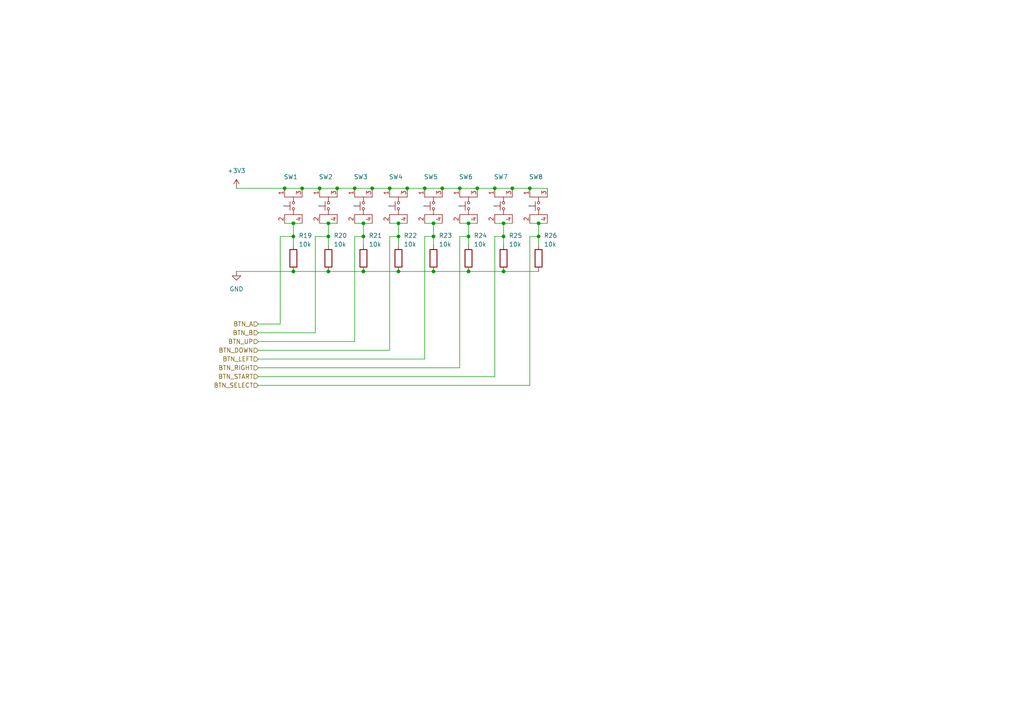
<source format=kicad_sch>
(kicad_sch
	(version 20250114)
	(generator "eeschema")
	(generator_version "9.0")
	(uuid "c0f664d1-3aa5-4199-8c59-6a7904249341")
	(paper "A4")
	(lib_symbols
		(symbol "Device:R"
			(pin_numbers
				(hide yes)
			)
			(pin_names
				(offset 0)
			)
			(exclude_from_sim no)
			(in_bom yes)
			(on_board yes)
			(property "Reference" "R"
				(at 2.032 0 90)
				(effects
					(font
						(size 1.27 1.27)
					)
				)
			)
			(property "Value" "R"
				(at 0 0 90)
				(effects
					(font
						(size 1.27 1.27)
					)
				)
			)
			(property "Footprint" ""
				(at -1.778 0 90)
				(effects
					(font
						(size 1.27 1.27)
					)
					(hide yes)
				)
			)
			(property "Datasheet" "~"
				(at 0 0 0)
				(effects
					(font
						(size 1.27 1.27)
					)
					(hide yes)
				)
			)
			(property "Description" "Resistor"
				(at 0 0 0)
				(effects
					(font
						(size 1.27 1.27)
					)
					(hide yes)
				)
			)
			(property "ki_keywords" "R res resistor"
				(at 0 0 0)
				(effects
					(font
						(size 1.27 1.27)
					)
					(hide yes)
				)
			)
			(property "ki_fp_filters" "R_*"
				(at 0 0 0)
				(effects
					(font
						(size 1.27 1.27)
					)
					(hide yes)
				)
			)
			(symbol "R_0_1"
				(rectangle
					(start -1.016 -2.54)
					(end 1.016 2.54)
					(stroke
						(width 0.254)
						(type default)
					)
					(fill
						(type none)
					)
				)
			)
			(symbol "R_1_1"
				(pin passive line
					(at 0 3.81 270)
					(length 1.27)
					(name "~"
						(effects
							(font
								(size 1.27 1.27)
							)
						)
					)
					(number "1"
						(effects
							(font
								(size 1.27 1.27)
							)
						)
					)
				)
				(pin passive line
					(at 0 -3.81 90)
					(length 1.27)
					(name "~"
						(effects
							(font
								(size 1.27 1.27)
							)
						)
					)
					(number "2"
						(effects
							(font
								(size 1.27 1.27)
							)
						)
					)
				)
			)
			(embedded_fonts no)
		)
		(symbol "SKRRAAE010_2"
			(exclude_from_sim no)
			(in_bom yes)
			(on_board yes)
			(property "Reference" "SW1"
				(at 1.778 10.922 0)
				(effects
					(font
						(size 1.27 1.27)
					)
				)
			)
			(property "Value" "~"
				(at 0 2.54 0)
				(effects
					(font
						(size 1.27 1.27)
					)
				)
			)
			(property "Footprint" "SKRRAAE010:SKRRAAE010"
				(at -7.112 1.778 90)
				(effects
					(font
						(size 1.27 1.27)
					)
					(hide yes)
				)
			)
			(property "Datasheet" ""
				(at 0 0 0)
				(effects
					(font
						(size 1.27 1.27)
					)
					(hide yes)
				)
			)
			(property "Description" ""
				(at 0 0 0)
				(effects
					(font
						(size 1.27 1.27)
					)
					(hide yes)
				)
			)
			(property "LCSC" ""
				(at 0 0 0)
				(effects
					(font
						(size 1.27 1.27)
					)
					(hide yes)
				)
			)
			(property "Manufacturer" ""
				(at 0 0 0)
				(effects
					(font
						(size 1.27 1.27)
					)
					(hide yes)
				)
			)
			(property "Manufacturer Part Number" ""
				(at 0 0 0)
				(effects
					(font
						(size 1.27 1.27)
					)
					(hide yes)
				)
			)
			(symbol "SKRRAAE010_2_0_1"
				(polyline
					(pts
						(xy -0.635 -0.635) (xy -0.635 -0.635)
					)
					(stroke
						(width 0)
						(type default)
					)
					(fill
						(type none)
					)
				)
				(polyline
					(pts
						(xy 0 5.08) (xy 0 5.08)
					)
					(stroke
						(width 0)
						(type default)
					)
					(fill
						(type none)
					)
				)
				(polyline
					(pts
						(xy 0 5.08) (xy 5.08 5.08)
					)
					(stroke
						(width 0)
						(type default)
					)
					(fill
						(type none)
					)
				)
				(polyline
					(pts
						(xy 0.9411 1.8447) (xy 0.9411 1.8447)
					)
					(stroke
						(width 0)
						(type default)
					)
					(fill
						(type none)
					)
				)
				(polyline
					(pts
						(xy 1.5761 3.7497) (xy 1.5761 1.2097)
					)
					(stroke
						(width 0)
						(type default)
					)
					(fill
						(type none)
					)
				)
				(polyline
					(pts
						(xy 1.5761 2.4797) (xy 0.3061 2.4797)
					)
					(stroke
						(width 0)
						(type default)
					)
					(fill
						(type none)
					)
				)
				(polyline
					(pts
						(xy 1.905 -0.635) (xy 1.905 -0.635)
					)
					(stroke
						(width 0)
						(type default)
					)
					(fill
						(type none)
					)
				)
				(circle
					(center 2.5303 1.6753)
					(radius 0.3523)
					(stroke
						(width 0)
						(type default)
					)
					(fill
						(type none)
					)
				)
				(polyline
					(pts
						(xy 2.54 5.08) (xy 2.54 3.81)
					)
					(stroke
						(width 0)
						(type default)
					)
					(fill
						(type none)
					)
				)
				(polyline
					(pts
						(xy 2.54 0) (xy 2.54 1.27)
					)
					(stroke
						(width 0)
						(type default)
					)
					(fill
						(type none)
					)
				)
				(circle
					(center 2.5497 3.4047)
					(radius 0.3523)
					(stroke
						(width 0)
						(type default)
					)
					(fill
						(type none)
					)
				)
				(polyline
					(pts
						(xy 5.08 0) (xy 0 0)
					)
					(stroke
						(width 0)
						(type default)
					)
					(fill
						(type none)
					)
				)
			)
			(symbol "SKRRAAE010_2_1_1"
				(pin bidirectional line
					(at 0 7.62 270)
					(length 2.54)
					(name ""
						(effects
							(font
								(size 1.27 1.27)
							)
						)
					)
					(number "1"
						(effects
							(font
								(size 1.27 1.27)
							)
						)
					)
				)
				(pin bidirectional line
					(at 0 -2.54 90)
					(length 2.54)
					(name ""
						(effects
							(font
								(size 1.27 1.27)
							)
						)
					)
					(number "2"
						(effects
							(font
								(size 1.27 1.27)
							)
						)
					)
				)
				(pin bidirectional line
					(at 5.08 7.62 270)
					(length 2.54)
					(name ""
						(effects
							(font
								(size 1.27 1.27)
							)
						)
					)
					(number "3"
						(effects
							(font
								(size 1.27 1.27)
							)
						)
					)
				)
				(pin bidirectional line
					(at 5.08 -2.54 90)
					(length 2.54)
					(name ""
						(effects
							(font
								(size 1.27 1.27)
							)
						)
					)
					(number "4"
						(effects
							(font
								(size 1.27 1.27)
							)
						)
					)
				)
			)
			(embedded_fonts no)
		)
		(symbol "power:+3V3"
			(power)
			(pin_numbers
				(hide yes)
			)
			(pin_names
				(offset 0)
				(hide yes)
			)
			(exclude_from_sim no)
			(in_bom yes)
			(on_board yes)
			(property "Reference" "#PWR"
				(at 0 -3.81 0)
				(effects
					(font
						(size 1.27 1.27)
					)
					(hide yes)
				)
			)
			(property "Value" "+3V3"
				(at 0 3.556 0)
				(effects
					(font
						(size 1.27 1.27)
					)
				)
			)
			(property "Footprint" ""
				(at 0 0 0)
				(effects
					(font
						(size 1.27 1.27)
					)
					(hide yes)
				)
			)
			(property "Datasheet" ""
				(at 0 0 0)
				(effects
					(font
						(size 1.27 1.27)
					)
					(hide yes)
				)
			)
			(property "Description" "Power symbol creates a global label with name \"+3V3\""
				(at 0 0 0)
				(effects
					(font
						(size 1.27 1.27)
					)
					(hide yes)
				)
			)
			(property "ki_keywords" "global power"
				(at 0 0 0)
				(effects
					(font
						(size 1.27 1.27)
					)
					(hide yes)
				)
			)
			(symbol "+3V3_0_1"
				(polyline
					(pts
						(xy -0.762 1.27) (xy 0 2.54)
					)
					(stroke
						(width 0)
						(type default)
					)
					(fill
						(type none)
					)
				)
				(polyline
					(pts
						(xy 0 2.54) (xy 0.762 1.27)
					)
					(stroke
						(width 0)
						(type default)
					)
					(fill
						(type none)
					)
				)
				(polyline
					(pts
						(xy 0 0) (xy 0 2.54)
					)
					(stroke
						(width 0)
						(type default)
					)
					(fill
						(type none)
					)
				)
			)
			(symbol "+3V3_1_1"
				(pin power_in line
					(at 0 0 90)
					(length 0)
					(name "~"
						(effects
							(font
								(size 1.27 1.27)
							)
						)
					)
					(number "1"
						(effects
							(font
								(size 1.27 1.27)
							)
						)
					)
				)
			)
			(embedded_fonts no)
		)
		(symbol "power:GND"
			(power)
			(pin_numbers
				(hide yes)
			)
			(pin_names
				(offset 0)
				(hide yes)
			)
			(exclude_from_sim no)
			(in_bom yes)
			(on_board yes)
			(property "Reference" "#PWR"
				(at 0 -6.35 0)
				(effects
					(font
						(size 1.27 1.27)
					)
					(hide yes)
				)
			)
			(property "Value" "GND"
				(at 0 -3.81 0)
				(effects
					(font
						(size 1.27 1.27)
					)
				)
			)
			(property "Footprint" ""
				(at 0 0 0)
				(effects
					(font
						(size 1.27 1.27)
					)
					(hide yes)
				)
			)
			(property "Datasheet" ""
				(at 0 0 0)
				(effects
					(font
						(size 1.27 1.27)
					)
					(hide yes)
				)
			)
			(property "Description" "Power symbol creates a global label with name \"GND\" , ground"
				(at 0 0 0)
				(effects
					(font
						(size 1.27 1.27)
					)
					(hide yes)
				)
			)
			(property "ki_keywords" "global power"
				(at 0 0 0)
				(effects
					(font
						(size 1.27 1.27)
					)
					(hide yes)
				)
			)
			(symbol "GND_0_1"
				(polyline
					(pts
						(xy 0 0) (xy 0 -1.27) (xy 1.27 -1.27) (xy 0 -2.54) (xy -1.27 -1.27) (xy 0 -1.27)
					)
					(stroke
						(width 0)
						(type default)
					)
					(fill
						(type none)
					)
				)
			)
			(symbol "GND_1_1"
				(pin power_in line
					(at 0 0 270)
					(length 0)
					(name "~"
						(effects
							(font
								(size 1.27 1.27)
							)
						)
					)
					(number "1"
						(effects
							(font
								(size 1.27 1.27)
							)
						)
					)
				)
			)
			(embedded_fonts no)
		)
	)
	(junction
		(at 85.09 64.77)
		(diameter 0)
		(color 0 0 0 0)
		(uuid "10d1de0c-452c-44fa-bdfc-7a90a0667a41")
	)
	(junction
		(at 135.89 64.77)
		(diameter 0)
		(color 0 0 0 0)
		(uuid "144ea153-2660-441d-95e3-e1eeb4c742cd")
	)
	(junction
		(at 123.19 54.61)
		(diameter 0)
		(color 0 0 0 0)
		(uuid "28359111-5b3a-4f6c-8459-01afa0d501c7")
	)
	(junction
		(at 105.41 78.74)
		(diameter 0)
		(color 0 0 0 0)
		(uuid "3509bc99-980e-4518-a297-6aa5bf6e3258")
	)
	(junction
		(at 115.57 68.58)
		(diameter 0)
		(color 0 0 0 0)
		(uuid "38c2fe9f-ccfb-4980-9d3f-9c1d5941fe53")
	)
	(junction
		(at 85.09 68.58)
		(diameter 0)
		(color 0 0 0 0)
		(uuid "417077e5-ff3d-4dd4-8ce9-59a83bcf1efe")
	)
	(junction
		(at 128.27 54.61)
		(diameter 0)
		(color 0 0 0 0)
		(uuid "4d072f45-e2e4-4024-9b0e-726c688813fa")
	)
	(junction
		(at 97.79 54.61)
		(diameter 0)
		(color 0 0 0 0)
		(uuid "5c7bd927-18e1-4e85-9e28-6cc7ecfd7d73")
	)
	(junction
		(at 102.87 54.61)
		(diameter 0)
		(color 0 0 0 0)
		(uuid "634af195-525f-4a59-bbb6-b754cbd9122d")
	)
	(junction
		(at 92.71 54.61)
		(diameter 0)
		(color 0 0 0 0)
		(uuid "63720220-4dee-4fd8-a2d3-79476ab59377")
	)
	(junction
		(at 143.51 54.61)
		(diameter 0)
		(color 0 0 0 0)
		(uuid "648f4baa-e9ac-4fd0-81bf-408328112b36")
	)
	(junction
		(at 146.05 78.74)
		(diameter 0)
		(color 0 0 0 0)
		(uuid "6938d955-a4e1-457a-97b2-1c6b2b03a3e5")
	)
	(junction
		(at 82.55 54.61)
		(diameter 0)
		(color 0 0 0 0)
		(uuid "6a0965be-adb5-4aa7-a81b-b7a5c477c190")
	)
	(junction
		(at 95.25 78.74)
		(diameter 0)
		(color 0 0 0 0)
		(uuid "70660ec8-82ea-4b47-beb2-3b3ea3e2f8d9")
	)
	(junction
		(at 95.25 64.77)
		(diameter 0)
		(color 0 0 0 0)
		(uuid "74762001-cd4b-4607-94d2-c80e0b78bccb")
	)
	(junction
		(at 138.43 54.61)
		(diameter 0)
		(color 0 0 0 0)
		(uuid "7842660c-735f-4266-b15b-c53ba246371b")
	)
	(junction
		(at 115.57 78.74)
		(diameter 0)
		(color 0 0 0 0)
		(uuid "87da4e09-23b7-41b9-9e34-92d360958d21")
	)
	(junction
		(at 135.89 68.58)
		(diameter 0)
		(color 0 0 0 0)
		(uuid "88fe5711-a337-4cfc-9e3e-31b74883bd4c")
	)
	(junction
		(at 133.35 54.61)
		(diameter 0)
		(color 0 0 0 0)
		(uuid "89f9dcdb-366d-4749-812e-9c44b862f4e2")
	)
	(junction
		(at 105.41 68.58)
		(diameter 0)
		(color 0 0 0 0)
		(uuid "8e0ed1af-ba8d-4136-b4e3-02d256dd0268")
	)
	(junction
		(at 156.21 64.77)
		(diameter 0)
		(color 0 0 0 0)
		(uuid "9ac4f33d-0048-4839-a034-334b632953b0")
	)
	(junction
		(at 125.73 64.77)
		(diameter 0)
		(color 0 0 0 0)
		(uuid "9bcc8289-3ae5-443e-bd3a-1a10e615d40c")
	)
	(junction
		(at 87.63 54.61)
		(diameter 0)
		(color 0 0 0 0)
		(uuid "a1ed4e4e-ca9b-4953-8797-77132da805d8")
	)
	(junction
		(at 148.59 54.61)
		(diameter 0)
		(color 0 0 0 0)
		(uuid "ada5d303-fd24-4026-8961-cf6fabbc6983")
	)
	(junction
		(at 135.89 78.74)
		(diameter 0)
		(color 0 0 0 0)
		(uuid "b38d7ada-82fc-47b0-b9f5-755d391369db")
	)
	(junction
		(at 105.41 64.77)
		(diameter 0)
		(color 0 0 0 0)
		(uuid "b4b719d4-626d-4028-96d5-436888f41824")
	)
	(junction
		(at 153.67 54.61)
		(diameter 0)
		(color 0 0 0 0)
		(uuid "b51b1df3-0bbc-4b24-a7dc-aecadcb4ff0b")
	)
	(junction
		(at 85.09 78.74)
		(diameter 0)
		(color 0 0 0 0)
		(uuid "b6990a5d-b2cc-44a9-b222-e5c117a1b652")
	)
	(junction
		(at 113.03 54.61)
		(diameter 0)
		(color 0 0 0 0)
		(uuid "b9990c73-b845-4ca6-9415-6a25b9fd76a6")
	)
	(junction
		(at 156.21 68.58)
		(diameter 0)
		(color 0 0 0 0)
		(uuid "bef2bafe-6415-45f0-a8f0-188a001a3510")
	)
	(junction
		(at 146.05 64.77)
		(diameter 0)
		(color 0 0 0 0)
		(uuid "c4917ce5-ff3f-452c-9b06-02dc74e46e85")
	)
	(junction
		(at 125.73 68.58)
		(diameter 0)
		(color 0 0 0 0)
		(uuid "c9b17a28-29e7-460e-83a3-7c9a751cc1fd")
	)
	(junction
		(at 115.57 64.77)
		(diameter 0)
		(color 0 0 0 0)
		(uuid "caf76264-19ec-4a7f-882f-921025a62ae8")
	)
	(junction
		(at 125.73 78.74)
		(diameter 0)
		(color 0 0 0 0)
		(uuid "d92739d2-32f6-42d2-a5e1-8bd66efcbb78")
	)
	(junction
		(at 95.25 68.58)
		(diameter 0)
		(color 0 0 0 0)
		(uuid "dd04a0b8-79ee-4059-a4ac-63d9c884aa4c")
	)
	(junction
		(at 118.11 54.61)
		(diameter 0)
		(color 0 0 0 0)
		(uuid "dfebbd8f-bf45-4b87-a0c6-4ce6519a5246")
	)
	(junction
		(at 146.05 68.58)
		(diameter 0)
		(color 0 0 0 0)
		(uuid "ee7b184e-fb80-4a8e-86fd-d14528d45cf1")
	)
	(junction
		(at 107.95 54.61)
		(diameter 0)
		(color 0 0 0 0)
		(uuid "ef0bbce8-931f-4d9b-9a5a-cd70a15a0868")
	)
	(wire
		(pts
			(xy 113.03 68.58) (xy 115.57 68.58)
		)
		(stroke
			(width 0)
			(type default)
		)
		(uuid "014b7cfd-f68c-45d4-b827-4f83a01829d9")
	)
	(wire
		(pts
			(xy 95.25 64.77) (xy 97.79 64.77)
		)
		(stroke
			(width 0)
			(type default)
		)
		(uuid "09146af3-33f2-4ccc-9c24-2ed32bb1a856")
	)
	(wire
		(pts
			(xy 146.05 64.77) (xy 148.59 64.77)
		)
		(stroke
			(width 0)
			(type default)
		)
		(uuid "0ae4ab6f-dac1-4096-8596-a89e0f7126af")
	)
	(wire
		(pts
			(xy 74.93 101.6) (xy 113.03 101.6)
		)
		(stroke
			(width 0)
			(type default)
		)
		(uuid "0bd63915-cb6b-4ba1-977d-50cf7ccff249")
	)
	(wire
		(pts
			(xy 123.19 104.14) (xy 123.19 68.58)
		)
		(stroke
			(width 0)
			(type default)
		)
		(uuid "0cf10022-4863-41d4-b35f-d321276cd26a")
	)
	(wire
		(pts
			(xy 135.89 78.74) (xy 146.05 78.74)
		)
		(stroke
			(width 0)
			(type default)
		)
		(uuid "0d03bbe1-9862-4512-85c3-a0eadcf51a8b")
	)
	(wire
		(pts
			(xy 91.44 96.52) (xy 91.44 68.58)
		)
		(stroke
			(width 0)
			(type default)
		)
		(uuid "104eec22-3637-4e11-82cd-5c396adb6ae0")
	)
	(wire
		(pts
			(xy 82.55 64.77) (xy 85.09 64.77)
		)
		(stroke
			(width 0)
			(type default)
		)
		(uuid "1073f49a-9dd3-4a9d-bcb2-4719f3aa9ee5")
	)
	(wire
		(pts
			(xy 113.03 64.77) (xy 115.57 64.77)
		)
		(stroke
			(width 0)
			(type default)
		)
		(uuid "17947129-f8f9-412b-b263-e3aeb43d953c")
	)
	(wire
		(pts
			(xy 123.19 64.77) (xy 125.73 64.77)
		)
		(stroke
			(width 0)
			(type default)
		)
		(uuid "1b64ddb0-2dab-46d6-b958-46a1344f7000")
	)
	(wire
		(pts
			(xy 115.57 64.77) (xy 115.57 68.58)
		)
		(stroke
			(width 0)
			(type default)
		)
		(uuid "28e61221-aa5e-4dcf-a7c9-2c557a2055ff")
	)
	(wire
		(pts
			(xy 115.57 64.77) (xy 118.11 64.77)
		)
		(stroke
			(width 0)
			(type default)
		)
		(uuid "2c7f3810-3a89-467e-a9de-cdaec29412d8")
	)
	(wire
		(pts
			(xy 133.35 54.61) (xy 138.43 54.61)
		)
		(stroke
			(width 0)
			(type default)
		)
		(uuid "35730236-d83b-4295-88cc-5cbb5a1d5bb5")
	)
	(wire
		(pts
			(xy 115.57 78.74) (xy 125.73 78.74)
		)
		(stroke
			(width 0)
			(type default)
		)
		(uuid "3c22e64b-d1a0-46f4-96a6-cb1041e79bd2")
	)
	(wire
		(pts
			(xy 133.35 68.58) (xy 135.89 68.58)
		)
		(stroke
			(width 0)
			(type default)
		)
		(uuid "3cbe2c9e-ea75-4b4c-a925-ee1d11e861de")
	)
	(wire
		(pts
			(xy 91.44 68.58) (xy 95.25 68.58)
		)
		(stroke
			(width 0)
			(type default)
		)
		(uuid "3fa31d50-c620-4dc8-95f0-4a8fc3410d85")
	)
	(wire
		(pts
			(xy 118.11 54.61) (xy 123.19 54.61)
		)
		(stroke
			(width 0)
			(type default)
		)
		(uuid "40c637cb-1ef0-480b-bb32-6b292cb04cc6")
	)
	(wire
		(pts
			(xy 68.58 78.74) (xy 85.09 78.74)
		)
		(stroke
			(width 0)
			(type default)
		)
		(uuid "4719d746-5952-4939-a7e9-a6556b8ceb44")
	)
	(wire
		(pts
			(xy 153.67 64.77) (xy 156.21 64.77)
		)
		(stroke
			(width 0)
			(type default)
		)
		(uuid "4d344618-cd65-49d6-acd1-ab003bd5dd67")
	)
	(wire
		(pts
			(xy 113.03 54.61) (xy 118.11 54.61)
		)
		(stroke
			(width 0)
			(type default)
		)
		(uuid "5a3eea47-04cb-4f53-bfa6-100cd86ecfe2")
	)
	(wire
		(pts
			(xy 95.25 64.77) (xy 95.25 68.58)
		)
		(stroke
			(width 0)
			(type default)
		)
		(uuid "5b1020de-44b5-472c-ae49-7992500542f4")
	)
	(wire
		(pts
			(xy 125.73 68.58) (xy 125.73 71.12)
		)
		(stroke
			(width 0)
			(type default)
		)
		(uuid "6536adfd-f928-434c-9fc2-77534946aadf")
	)
	(wire
		(pts
			(xy 95.25 68.58) (xy 95.25 71.12)
		)
		(stroke
			(width 0)
			(type default)
		)
		(uuid "6afdb960-00f5-46b4-b10d-89f7ff18e42d")
	)
	(wire
		(pts
			(xy 146.05 68.58) (xy 146.05 71.12)
		)
		(stroke
			(width 0)
			(type default)
		)
		(uuid "6d60e7eb-fe2a-4d3d-8fd4-a569508c96ed")
	)
	(wire
		(pts
			(xy 133.35 106.68) (xy 133.35 68.58)
		)
		(stroke
			(width 0)
			(type default)
		)
		(uuid "73192997-40e9-4bb6-a416-c83747618cef")
	)
	(wire
		(pts
			(xy 135.89 68.58) (xy 135.89 71.12)
		)
		(stroke
			(width 0)
			(type default)
		)
		(uuid "767e7ca0-04c4-4fa5-8f8d-1303c775bcc2")
	)
	(wire
		(pts
			(xy 81.28 68.58) (xy 81.28 93.98)
		)
		(stroke
			(width 0)
			(type default)
		)
		(uuid "774155a6-fde8-45cc-bc41-9a10975c5fab")
	)
	(wire
		(pts
			(xy 125.73 78.74) (xy 135.89 78.74)
		)
		(stroke
			(width 0)
			(type default)
		)
		(uuid "77a24b8c-95f8-4939-a490-a91fe60f6396")
	)
	(wire
		(pts
			(xy 143.51 64.77) (xy 146.05 64.77)
		)
		(stroke
			(width 0)
			(type default)
		)
		(uuid "7dade740-8749-41b8-be54-aaea0602a4ba")
	)
	(wire
		(pts
			(xy 102.87 68.58) (xy 105.41 68.58)
		)
		(stroke
			(width 0)
			(type default)
		)
		(uuid "7ddb6ee4-7022-4da6-afc7-afcfca2a0174")
	)
	(wire
		(pts
			(xy 113.03 101.6) (xy 113.03 68.58)
		)
		(stroke
			(width 0)
			(type default)
		)
		(uuid "814adae7-54c3-41ee-943c-fc4a6c2e8c9f")
	)
	(wire
		(pts
			(xy 102.87 54.61) (xy 107.95 54.61)
		)
		(stroke
			(width 0)
			(type default)
		)
		(uuid "82376dca-16a4-4bee-ad98-93a5da91cee9")
	)
	(wire
		(pts
			(xy 74.93 106.68) (xy 133.35 106.68)
		)
		(stroke
			(width 0)
			(type default)
		)
		(uuid "86c4ebe4-51f4-4c73-b242-29310160c685")
	)
	(wire
		(pts
			(xy 102.87 64.77) (xy 105.41 64.77)
		)
		(stroke
			(width 0)
			(type default)
		)
		(uuid "8927699a-1d6b-4f99-a916-deef93c1d121")
	)
	(wire
		(pts
			(xy 68.58 54.61) (xy 82.55 54.61)
		)
		(stroke
			(width 0)
			(type default)
		)
		(uuid "8f1bc1a0-2682-4e08-a30c-4eb441f1f73f")
	)
	(wire
		(pts
			(xy 135.89 64.77) (xy 138.43 64.77)
		)
		(stroke
			(width 0)
			(type default)
		)
		(uuid "91dc9d76-040a-46d3-a87a-a921c0d97863")
	)
	(wire
		(pts
			(xy 105.41 78.74) (xy 115.57 78.74)
		)
		(stroke
			(width 0)
			(type default)
		)
		(uuid "970b49b0-3b19-4cb6-a313-346c00b285f2")
	)
	(wire
		(pts
			(xy 143.51 54.61) (xy 148.59 54.61)
		)
		(stroke
			(width 0)
			(type default)
		)
		(uuid "97fc7d53-100b-4e40-81e1-f923649e90a8")
	)
	(wire
		(pts
			(xy 85.09 64.77) (xy 85.09 68.58)
		)
		(stroke
			(width 0)
			(type default)
		)
		(uuid "99084c40-7cbc-491f-8ab7-af0ab113e313")
	)
	(wire
		(pts
			(xy 138.43 54.61) (xy 143.51 54.61)
		)
		(stroke
			(width 0)
			(type default)
		)
		(uuid "9a479eac-acf5-46a9-91a0-af58aec52394")
	)
	(wire
		(pts
			(xy 128.27 54.61) (xy 133.35 54.61)
		)
		(stroke
			(width 0)
			(type default)
		)
		(uuid "9db43caa-c65e-427d-a78f-3c788786de1e")
	)
	(wire
		(pts
			(xy 148.59 54.61) (xy 153.67 54.61)
		)
		(stroke
			(width 0)
			(type default)
		)
		(uuid "a0bb31a6-2cff-4e28-bf4b-3bc307cffcd7")
	)
	(wire
		(pts
			(xy 123.19 54.61) (xy 128.27 54.61)
		)
		(stroke
			(width 0)
			(type default)
		)
		(uuid "a14d4136-16b1-4f5e-b2b0-8cd2a90d44bc")
	)
	(wire
		(pts
			(xy 146.05 64.77) (xy 146.05 68.58)
		)
		(stroke
			(width 0)
			(type default)
		)
		(uuid "a8999801-b9cc-4342-a6b0-4eaafd7345b9")
	)
	(wire
		(pts
			(xy 82.55 54.61) (xy 87.63 54.61)
		)
		(stroke
			(width 0)
			(type default)
		)
		(uuid "a952a971-3274-430d-b04b-b9f46f0eb15d")
	)
	(wire
		(pts
			(xy 125.73 64.77) (xy 128.27 64.77)
		)
		(stroke
			(width 0)
			(type default)
		)
		(uuid "af79ec4c-3c60-4006-865f-fbe1f127dd7a")
	)
	(wire
		(pts
			(xy 125.73 64.77) (xy 125.73 68.58)
		)
		(stroke
			(width 0)
			(type default)
		)
		(uuid "b0f6e6c6-7124-46c5-9b83-b87830ad4a30")
	)
	(wire
		(pts
			(xy 102.87 99.06) (xy 102.87 68.58)
		)
		(stroke
			(width 0)
			(type default)
		)
		(uuid "b57bb986-ffbb-4320-a05b-07e41f2013a3")
	)
	(wire
		(pts
			(xy 74.93 99.06) (xy 102.87 99.06)
		)
		(stroke
			(width 0)
			(type default)
		)
		(uuid "b5d3e7bd-118b-4161-a3da-d802449513c1")
	)
	(wire
		(pts
			(xy 156.21 64.77) (xy 158.75 64.77)
		)
		(stroke
			(width 0)
			(type default)
		)
		(uuid "b87f39aa-ec7e-46b2-9ec3-716be4c103f4")
	)
	(wire
		(pts
			(xy 85.09 68.58) (xy 85.09 71.12)
		)
		(stroke
			(width 0)
			(type default)
		)
		(uuid "b9f85a43-b5db-43ba-bd20-83f63fa3f6a3")
	)
	(wire
		(pts
			(xy 107.95 54.61) (xy 113.03 54.61)
		)
		(stroke
			(width 0)
			(type default)
		)
		(uuid "beafdaaf-029c-49d5-990e-d5aeb73c557e")
	)
	(wire
		(pts
			(xy 74.93 104.14) (xy 123.19 104.14)
		)
		(stroke
			(width 0)
			(type default)
		)
		(uuid "c19abe11-e588-4f87-8b80-46cad2cba68a")
	)
	(wire
		(pts
			(xy 153.67 54.61) (xy 158.75 54.61)
		)
		(stroke
			(width 0)
			(type default)
		)
		(uuid "c7313f27-2f10-4fa9-a5d4-a2ed8d3ead67")
	)
	(wire
		(pts
			(xy 97.79 54.61) (xy 102.87 54.61)
		)
		(stroke
			(width 0)
			(type default)
		)
		(uuid "c940f8c2-15e2-4556-8646-75d1ba54708b")
	)
	(wire
		(pts
			(xy 135.89 64.77) (xy 135.89 68.58)
		)
		(stroke
			(width 0)
			(type default)
		)
		(uuid "ca238255-6025-467b-8559-eb4cd82ff90a")
	)
	(wire
		(pts
			(xy 92.71 64.77) (xy 95.25 64.77)
		)
		(stroke
			(width 0)
			(type default)
		)
		(uuid "ca7b0549-85ec-4aa2-bce7-26a4277676c7")
	)
	(wire
		(pts
			(xy 105.41 68.58) (xy 105.41 71.12)
		)
		(stroke
			(width 0)
			(type default)
		)
		(uuid "cc351326-2f2c-4001-aee8-55ba59a6c052")
	)
	(wire
		(pts
			(xy 153.67 68.58) (xy 156.21 68.58)
		)
		(stroke
			(width 0)
			(type default)
		)
		(uuid "cf313657-17e4-4a5e-846d-ca37211a0702")
	)
	(wire
		(pts
			(xy 85.09 68.58) (xy 81.28 68.58)
		)
		(stroke
			(width 0)
			(type default)
		)
		(uuid "d2743ad5-4f64-40fa-9825-53a319f24c3d")
	)
	(wire
		(pts
			(xy 85.09 64.77) (xy 87.63 64.77)
		)
		(stroke
			(width 0)
			(type default)
		)
		(uuid "d86fb92a-7f9e-46c6-8345-dab649cfba6c")
	)
	(wire
		(pts
			(xy 146.05 78.74) (xy 156.21 78.74)
		)
		(stroke
			(width 0)
			(type default)
		)
		(uuid "d9262121-70d6-4948-9fdc-280d07e6100b")
	)
	(wire
		(pts
			(xy 81.28 93.98) (xy 74.93 93.98)
		)
		(stroke
			(width 0)
			(type default)
		)
		(uuid "e40513a4-449f-49d8-b7d2-a90e4036444a")
	)
	(wire
		(pts
			(xy 85.09 78.74) (xy 95.25 78.74)
		)
		(stroke
			(width 0)
			(type default)
		)
		(uuid "e41d72b0-386a-4d25-809f-379f58a44e15")
	)
	(wire
		(pts
			(xy 156.21 64.77) (xy 156.21 68.58)
		)
		(stroke
			(width 0)
			(type default)
		)
		(uuid "e4f1e95b-ed97-44bd-92f8-6b2e800e8a64")
	)
	(wire
		(pts
			(xy 143.51 109.22) (xy 143.51 68.58)
		)
		(stroke
			(width 0)
			(type default)
		)
		(uuid "e5a08357-6fbd-423d-8329-78424c9fa23d")
	)
	(wire
		(pts
			(xy 87.63 54.61) (xy 92.71 54.61)
		)
		(stroke
			(width 0)
			(type default)
		)
		(uuid "e5ee3b1e-ed3a-4e9d-aa4e-4d942fe183a2")
	)
	(wire
		(pts
			(xy 143.51 68.58) (xy 146.05 68.58)
		)
		(stroke
			(width 0)
			(type default)
		)
		(uuid "e64bf3fa-a111-4230-b456-9273548ae277")
	)
	(wire
		(pts
			(xy 74.93 96.52) (xy 91.44 96.52)
		)
		(stroke
			(width 0)
			(type default)
		)
		(uuid "e68cb7fc-3b71-468c-a99f-66236300a843")
	)
	(wire
		(pts
			(xy 74.93 109.22) (xy 143.51 109.22)
		)
		(stroke
			(width 0)
			(type default)
		)
		(uuid "ed887ffc-29b7-4c9d-8b21-8033ff051b4d")
	)
	(wire
		(pts
			(xy 105.41 64.77) (xy 107.95 64.77)
		)
		(stroke
			(width 0)
			(type default)
		)
		(uuid "ed8d85df-f16c-41fc-bfa2-f22ae44f1c79")
	)
	(wire
		(pts
			(xy 74.93 111.76) (xy 153.67 111.76)
		)
		(stroke
			(width 0)
			(type default)
		)
		(uuid "eeced39e-110a-4a9c-9a9b-e12eb64cb065")
	)
	(wire
		(pts
			(xy 105.41 64.77) (xy 105.41 68.58)
		)
		(stroke
			(width 0)
			(type default)
		)
		(uuid "f6c18807-1901-4588-9e4d-91ab85d5de1e")
	)
	(wire
		(pts
			(xy 156.21 68.58) (xy 156.21 71.12)
		)
		(stroke
			(width 0)
			(type default)
		)
		(uuid "f84c76b0-3bf5-4284-80f1-59078d18f1d4")
	)
	(wire
		(pts
			(xy 133.35 64.77) (xy 135.89 64.77)
		)
		(stroke
			(width 0)
			(type default)
		)
		(uuid "fc485f2c-a879-4e60-b7e0-85f525bd31e0")
	)
	(wire
		(pts
			(xy 123.19 68.58) (xy 125.73 68.58)
		)
		(stroke
			(width 0)
			(type default)
		)
		(uuid "fc80f702-994c-412a-a992-f0ae93ae1ba9")
	)
	(wire
		(pts
			(xy 115.57 68.58) (xy 115.57 71.12)
		)
		(stroke
			(width 0)
			(type default)
		)
		(uuid "fd6b44a7-16ca-4a81-8b07-9fb936497da9")
	)
	(wire
		(pts
			(xy 153.67 111.76) (xy 153.67 68.58)
		)
		(stroke
			(width 0)
			(type default)
		)
		(uuid "ff692e13-b04c-4893-af3a-d661f4a06b27")
	)
	(wire
		(pts
			(xy 92.71 54.61) (xy 97.79 54.61)
		)
		(stroke
			(width 0)
			(type default)
		)
		(uuid "ffbadadd-2633-40db-b338-54bbfda07890")
	)
	(wire
		(pts
			(xy 95.25 78.74) (xy 105.41 78.74)
		)
		(stroke
			(width 0)
			(type default)
		)
		(uuid "ffd133a9-3093-4058-94fa-a339c29475f3")
	)
	(hierarchical_label "BTN_B"
		(shape input)
		(at 74.93 96.52 180)
		(effects
			(font
				(size 1.27 1.27)
			)
			(justify right)
		)
		(uuid "2142b90b-d328-40f4-adb5-5b7858ceea94")
	)
	(hierarchical_label "BTN_A"
		(shape input)
		(at 74.93 93.98 180)
		(effects
			(font
				(size 1.27 1.27)
			)
			(justify right)
		)
		(uuid "28e6e837-44eb-4b1c-afbb-c3ba6558c57d")
	)
	(hierarchical_label "BTN_LEFT"
		(shape input)
		(at 74.93 104.14 180)
		(effects
			(font
				(size 1.27 1.27)
			)
			(justify right)
		)
		(uuid "412ff9a0-c748-40b0-ac05-4305c122facf")
	)
	(hierarchical_label "BTN_UP"
		(shape input)
		(at 74.93 99.06 180)
		(effects
			(font
				(size 1.27 1.27)
			)
			(justify right)
		)
		(uuid "5688fc21-a830-4dd3-8127-a0f52b528902")
	)
	(hierarchical_label "BTN_DOWN"
		(shape input)
		(at 74.93 101.6 180)
		(effects
			(font
				(size 1.27 1.27)
			)
			(justify right)
		)
		(uuid "5d1c3404-1a4f-455f-a8dd-61da98d8ce4f")
	)
	(hierarchical_label "BTN_START"
		(shape input)
		(at 74.93 109.22 180)
		(effects
			(font
				(size 1.27 1.27)
			)
			(justify right)
		)
		(uuid "8d6c987d-4618-4b2d-998d-b78b0b12a7a4")
	)
	(hierarchical_label "BTN_SELECT"
		(shape input)
		(at 74.93 111.76 180)
		(effects
			(font
				(size 1.27 1.27)
			)
			(justify right)
		)
		(uuid "9c703eac-a590-4f9e-8336-21385ad3d52c")
	)
	(hierarchical_label "BTN_RIGHT"
		(shape input)
		(at 74.93 106.68 180)
		(effects
			(font
				(size 1.27 1.27)
			)
			(justify right)
		)
		(uuid "b0697c57-a186-4459-aab9-94034e837a27")
	)
	(symbol
		(lib_name "SKRRAAE010_2")
		(lib_id "SKRRAAE010:SKRRAAE010")
		(at 143.51 62.23 0)
		(unit 1)
		(exclude_from_sim no)
		(in_bom yes)
		(on_board yes)
		(dnp no)
		(fields_autoplaced yes)
		(uuid "0b1de2fd-2fde-4982-a1f4-8e5836eca613")
		(property "Reference" "SW7"
			(at 145.288 51.308 0)
			(effects
				(font
					(size 1.27 1.27)
				)
			)
		)
		(property "Value" "~"
			(at 143.51 59.69 0)
			(effects
				(font
					(size 1.27 1.27)
				)
			)
		)
		(property "Footprint" "SKRRAAE010:SKRRAAE010"
			(at 136.398 60.452 90)
			(effects
				(font
					(size 1.27 1.27)
				)
				(hide yes)
			)
		)
		(property "Datasheet" ""
			(at 143.51 62.23 0)
			(effects
				(font
					(size 1.27 1.27)
				)
				(hide yes)
			)
		)
		(property "Description" ""
			(at 143.51 62.23 0)
			(effects
				(font
					(size 1.27 1.27)
				)
				(hide yes)
			)
		)
		(property "LCSC" "C97437"
			(at 143.51 62.23 0)
			(effects
				(font
					(size 1.27 1.27)
				)
				(hide yes)
			)
		)
		(property "Manufacturer" "ALPSALPINE"
			(at 143.51 62.23 0)
			(effects
				(font
					(size 1.27 1.27)
				)
				(hide yes)
			)
		)
		(property "Manufacturer Part Number" "SKRRAAE010"
			(at 143.51 62.23 0)
			(effects
				(font
					(size 1.27 1.27)
				)
				(hide yes)
			)
		)
		(pin "3"
			(uuid "a05fa554-4dc0-4131-97b3-2a3b148bf1fe")
		)
		(pin "2"
			(uuid "9fd2f082-cb43-4083-a687-152cc6f16f98")
		)
		(pin "1"
			(uuid "53950fe2-a6ac-4440-aa58-9fff28ae138d")
		)
		(pin "4"
			(uuid "562548c2-de12-4cae-a779-1e346f6cafed")
		)
		(instances
			(project "gameboy"
				(path "/f4643692-c319-40a7-82a2-3e775c0a417f/063c3b87-40d2-45e5-b5e2-db9e0e7c1214"
					(reference "SW7")
					(unit 1)
				)
			)
		)
	)
	(symbol
		(lib_name "SKRRAAE010_2")
		(lib_id "SKRRAAE010:SKRRAAE010")
		(at 133.35 62.23 0)
		(unit 1)
		(exclude_from_sim no)
		(in_bom yes)
		(on_board yes)
		(dnp no)
		(fields_autoplaced yes)
		(uuid "25745b3d-6216-4c65-a9e2-e9e390781298")
		(property "Reference" "SW6"
			(at 135.128 51.308 0)
			(effects
				(font
					(size 1.27 1.27)
				)
			)
		)
		(property "Value" "~"
			(at 133.35 59.69 0)
			(effects
				(font
					(size 1.27 1.27)
				)
			)
		)
		(property "Footprint" "SKRRAAE010:SKRRAAE010"
			(at 126.238 60.452 90)
			(effects
				(font
					(size 1.27 1.27)
				)
				(hide yes)
			)
		)
		(property "Datasheet" ""
			(at 133.35 62.23 0)
			(effects
				(font
					(size 1.27 1.27)
				)
				(hide yes)
			)
		)
		(property "Description" ""
			(at 133.35 62.23 0)
			(effects
				(font
					(size 1.27 1.27)
				)
				(hide yes)
			)
		)
		(property "LCSC" "C97437"
			(at 133.35 62.23 0)
			(effects
				(font
					(size 1.27 1.27)
				)
				(hide yes)
			)
		)
		(property "Manufacturer" "ALPSALPINE"
			(at 133.35 62.23 0)
			(effects
				(font
					(size 1.27 1.27)
				)
				(hide yes)
			)
		)
		(property "Manufacturer Part Number" "SKRRAAE010"
			(at 133.35 62.23 0)
			(effects
				(font
					(size 1.27 1.27)
				)
				(hide yes)
			)
		)
		(pin "3"
			(uuid "ad6d6999-9f4d-440f-bfbd-f8babf6ab754")
		)
		(pin "2"
			(uuid "427b4a1a-0cef-4708-b990-f51df8413668")
		)
		(pin "1"
			(uuid "0da9d21d-7371-4cb0-8a23-6eb5d272f743")
		)
		(pin "4"
			(uuid "d51ca711-ec3e-4904-ac88-a114f1a1ff02")
		)
		(instances
			(project "gameboy"
				(path "/f4643692-c319-40a7-82a2-3e775c0a417f/063c3b87-40d2-45e5-b5e2-db9e0e7c1214"
					(reference "SW6")
					(unit 1)
				)
			)
		)
	)
	(symbol
		(lib_name "SKRRAAE010_2")
		(lib_id "SKRRAAE010:SKRRAAE010")
		(at 82.55 62.23 0)
		(unit 1)
		(exclude_from_sim no)
		(in_bom yes)
		(on_board yes)
		(dnp no)
		(fields_autoplaced yes)
		(uuid "3ecc62f7-3a89-487f-b0b5-d9c1699e3d4f")
		(property "Reference" "SW1"
			(at 84.328 51.308 0)
			(effects
				(font
					(size 1.27 1.27)
				)
			)
		)
		(property "Value" "~"
			(at 82.55 59.69 0)
			(effects
				(font
					(size 1.27 1.27)
				)
			)
		)
		(property "Footprint" "SKRRAAE010:SKRRAAE010"
			(at 75.438 60.452 90)
			(effects
				(font
					(size 1.27 1.27)
				)
				(hide yes)
			)
		)
		(property "Datasheet" ""
			(at 82.55 62.23 0)
			(effects
				(font
					(size 1.27 1.27)
				)
				(hide yes)
			)
		)
		(property "Description" ""
			(at 82.55 62.23 0)
			(effects
				(font
					(size 1.27 1.27)
				)
				(hide yes)
			)
		)
		(property "LCSC" "C97437"
			(at 82.55 62.23 0)
			(effects
				(font
					(size 1.27 1.27)
				)
				(hide yes)
			)
		)
		(property "Manufacturer" "ALPSALPINE"
			(at 82.55 62.23 0)
			(effects
				(font
					(size 1.27 1.27)
				)
				(hide yes)
			)
		)
		(property "Manufacturer Part Number" "SKRRAAE010"
			(at 82.55 62.23 0)
			(effects
				(font
					(size 1.27 1.27)
				)
				(hide yes)
			)
		)
		(pin "3"
			(uuid "cb9976aa-aebd-4e6e-a822-921e9d56fa39")
		)
		(pin "2"
			(uuid "ffe955eb-6485-4df5-98ff-b5151042342f")
		)
		(pin "1"
			(uuid "6f4a7b04-fa7b-4481-9bbc-2f56e71a0c83")
		)
		(pin "4"
			(uuid "9a130118-f658-49bf-b855-811ebed12d7e")
		)
		(instances
			(project "gameboy"
				(path "/f4643692-c319-40a7-82a2-3e775c0a417f/063c3b87-40d2-45e5-b5e2-db9e0e7c1214"
					(reference "SW1")
					(unit 1)
				)
			)
		)
	)
	(symbol
		(lib_id "Device:R")
		(at 146.05 74.93 180)
		(unit 1)
		(exclude_from_sim no)
		(in_bom yes)
		(on_board yes)
		(dnp no)
		(uuid "45909956-bb1a-4a39-9db6-67834a2cda8b")
		(property "Reference" "R25"
			(at 147.574 68.326 0)
			(effects
				(font
					(size 1.27 1.27)
				)
				(justify right)
			)
		)
		(property "Value" "10k"
			(at 147.574 70.866 0)
			(effects
				(font
					(size 1.27 1.27)
				)
				(justify right)
			)
		)
		(property "Footprint" "Resistor_SMD:R_0603_1608Metric"
			(at 147.828 74.93 90)
			(effects
				(font
					(size 1.27 1.27)
				)
				(hide yes)
			)
		)
		(property "Datasheet" "~"
			(at 146.05 74.93 0)
			(effects
				(font
					(size 1.27 1.27)
				)
				(hide yes)
			)
		)
		(property "Description" "Resistor"
			(at 146.05 74.93 0)
			(effects
				(font
					(size 1.27 1.27)
				)
				(hide yes)
			)
		)
		(property "LCSC" ""
			(at 146.05 74.93 0)
			(effects
				(font
					(size 1.27 1.27)
				)
				(hide yes)
			)
		)
		(property "Manufacturer" ""
			(at 146.05 74.93 0)
			(effects
				(font
					(size 1.27 1.27)
				)
				(hide yes)
			)
		)
		(property "Manufacturer Part Number" ""
			(at 146.05 74.93 0)
			(effects
				(font
					(size 1.27 1.27)
				)
				(hide yes)
			)
		)
		(pin "2"
			(uuid "0b26cd1e-6a60-4371-beab-e9df74ee3541")
		)
		(pin "1"
			(uuid "06bd7b16-010e-4893-a428-e3d13ddd0ca5")
		)
		(instances
			(project "gameboy"
				(path "/f4643692-c319-40a7-82a2-3e775c0a417f/063c3b87-40d2-45e5-b5e2-db9e0e7c1214"
					(reference "R25")
					(unit 1)
				)
			)
		)
	)
	(symbol
		(lib_name "SKRRAAE010_2")
		(lib_id "SKRRAAE010:SKRRAAE010")
		(at 113.03 62.23 0)
		(unit 1)
		(exclude_from_sim no)
		(in_bom yes)
		(on_board yes)
		(dnp no)
		(fields_autoplaced yes)
		(uuid "4f9acb9a-f5c1-44ce-95a3-872fc88d1a41")
		(property "Reference" "SW4"
			(at 114.808 51.308 0)
			(effects
				(font
					(size 1.27 1.27)
				)
			)
		)
		(property "Value" "~"
			(at 113.03 59.69 0)
			(effects
				(font
					(size 1.27 1.27)
				)
			)
		)
		(property "Footprint" "SKRRAAE010:SKRRAAE010"
			(at 105.918 60.452 90)
			(effects
				(font
					(size 1.27 1.27)
				)
				(hide yes)
			)
		)
		(property "Datasheet" ""
			(at 113.03 62.23 0)
			(effects
				(font
					(size 1.27 1.27)
				)
				(hide yes)
			)
		)
		(property "Description" ""
			(at 113.03 62.23 0)
			(effects
				(font
					(size 1.27 1.27)
				)
				(hide yes)
			)
		)
		(property "LCSC" "C97437"
			(at 113.03 62.23 0)
			(effects
				(font
					(size 1.27 1.27)
				)
				(hide yes)
			)
		)
		(property "Manufacturer" "ALPSALPINE"
			(at 113.03 62.23 0)
			(effects
				(font
					(size 1.27 1.27)
				)
				(hide yes)
			)
		)
		(property "Manufacturer Part Number" "SKRRAAE010"
			(at 113.03 62.23 0)
			(effects
				(font
					(size 1.27 1.27)
				)
				(hide yes)
			)
		)
		(pin "3"
			(uuid "16bbee42-6356-40e9-ac8f-3d75abe6d71b")
		)
		(pin "2"
			(uuid "165ab043-d14a-4425-bee5-21a6902a63d8")
		)
		(pin "1"
			(uuid "9feb5495-a65c-4835-8838-66c266af7c64")
		)
		(pin "4"
			(uuid "6d79dade-1ee1-4153-8956-124a96edb4ed")
		)
		(instances
			(project "gameboy"
				(path "/f4643692-c319-40a7-82a2-3e775c0a417f/063c3b87-40d2-45e5-b5e2-db9e0e7c1214"
					(reference "SW4")
					(unit 1)
				)
			)
		)
	)
	(symbol
		(lib_name "SKRRAAE010_2")
		(lib_id "SKRRAAE010:SKRRAAE010")
		(at 102.87 62.23 0)
		(unit 1)
		(exclude_from_sim no)
		(in_bom yes)
		(on_board yes)
		(dnp no)
		(fields_autoplaced yes)
		(uuid "594d32eb-9d74-4a8b-888d-5a96ab7d39ce")
		(property "Reference" "SW3"
			(at 104.648 51.308 0)
			(effects
				(font
					(size 1.27 1.27)
				)
			)
		)
		(property "Value" "~"
			(at 102.87 59.69 0)
			(effects
				(font
					(size 1.27 1.27)
				)
			)
		)
		(property "Footprint" "SKRRAAE010:SKRRAAE010"
			(at 95.758 60.452 90)
			(effects
				(font
					(size 1.27 1.27)
				)
				(hide yes)
			)
		)
		(property "Datasheet" ""
			(at 102.87 62.23 0)
			(effects
				(font
					(size 1.27 1.27)
				)
				(hide yes)
			)
		)
		(property "Description" ""
			(at 102.87 62.23 0)
			(effects
				(font
					(size 1.27 1.27)
				)
				(hide yes)
			)
		)
		(property "LCSC" "C97437"
			(at 102.87 62.23 0)
			(effects
				(font
					(size 1.27 1.27)
				)
				(hide yes)
			)
		)
		(property "Manufacturer" "ALPSALPINE"
			(at 102.87 62.23 0)
			(effects
				(font
					(size 1.27 1.27)
				)
				(hide yes)
			)
		)
		(property "Manufacturer Part Number" "SKRRAAE010"
			(at 102.87 62.23 0)
			(effects
				(font
					(size 1.27 1.27)
				)
				(hide yes)
			)
		)
		(pin "3"
			(uuid "5ad66fc8-d9e8-4cef-8386-4fd42e9eaec1")
		)
		(pin "2"
			(uuid "fe480ae6-8455-4f69-8b28-85290abc8a97")
		)
		(pin "1"
			(uuid "70fc3fe8-67f0-4b40-91b7-c12877fa10ab")
		)
		(pin "4"
			(uuid "419fe3f7-5da0-42cf-beb1-cf8ab34af56c")
		)
		(instances
			(project "gameboy"
				(path "/f4643692-c319-40a7-82a2-3e775c0a417f/063c3b87-40d2-45e5-b5e2-db9e0e7c1214"
					(reference "SW3")
					(unit 1)
				)
			)
		)
	)
	(symbol
		(lib_id "Device:R")
		(at 156.21 74.93 180)
		(unit 1)
		(exclude_from_sim no)
		(in_bom yes)
		(on_board yes)
		(dnp no)
		(uuid "8aafe17d-70fb-421b-a7d3-1bbae6c0d091")
		(property "Reference" "R26"
			(at 157.734 68.326 0)
			(effects
				(font
					(size 1.27 1.27)
				)
				(justify right)
			)
		)
		(property "Value" "10k"
			(at 157.734 70.866 0)
			(effects
				(font
					(size 1.27 1.27)
				)
				(justify right)
			)
		)
		(property "Footprint" "Resistor_SMD:R_0603_1608Metric"
			(at 157.988 74.93 90)
			(effects
				(font
					(size 1.27 1.27)
				)
				(hide yes)
			)
		)
		(property "Datasheet" "~"
			(at 156.21 74.93 0)
			(effects
				(font
					(size 1.27 1.27)
				)
				(hide yes)
			)
		)
		(property "Description" "Resistor"
			(at 156.21 74.93 0)
			(effects
				(font
					(size 1.27 1.27)
				)
				(hide yes)
			)
		)
		(property "LCSC" ""
			(at 156.21 74.93 0)
			(effects
				(font
					(size 1.27 1.27)
				)
				(hide yes)
			)
		)
		(property "Manufacturer" ""
			(at 156.21 74.93 0)
			(effects
				(font
					(size 1.27 1.27)
				)
				(hide yes)
			)
		)
		(property "Manufacturer Part Number" ""
			(at 156.21 74.93 0)
			(effects
				(font
					(size 1.27 1.27)
				)
				(hide yes)
			)
		)
		(pin "2"
			(uuid "924a6b86-2831-46c4-89c9-bf2baa6b8fde")
		)
		(pin "1"
			(uuid "ed4a6505-cbfd-4eac-bb3a-24ee4ae0b284")
		)
		(instances
			(project "gameboy"
				(path "/f4643692-c319-40a7-82a2-3e775c0a417f/063c3b87-40d2-45e5-b5e2-db9e0e7c1214"
					(reference "R26")
					(unit 1)
				)
			)
		)
	)
	(symbol
		(lib_id "Device:R")
		(at 115.57 74.93 180)
		(unit 1)
		(exclude_from_sim no)
		(in_bom yes)
		(on_board yes)
		(dnp no)
		(uuid "8c81b6a7-1824-4c11-b5d8-a669efd34882")
		(property "Reference" "R22"
			(at 117.094 68.326 0)
			(effects
				(font
					(size 1.27 1.27)
				)
				(justify right)
			)
		)
		(property "Value" "10k"
			(at 117.094 70.866 0)
			(effects
				(font
					(size 1.27 1.27)
				)
				(justify right)
			)
		)
		(property "Footprint" "Resistor_SMD:R_0603_1608Metric"
			(at 117.348 74.93 90)
			(effects
				(font
					(size 1.27 1.27)
				)
				(hide yes)
			)
		)
		(property "Datasheet" "~"
			(at 115.57 74.93 0)
			(effects
				(font
					(size 1.27 1.27)
				)
				(hide yes)
			)
		)
		(property "Description" "Resistor"
			(at 115.57 74.93 0)
			(effects
				(font
					(size 1.27 1.27)
				)
				(hide yes)
			)
		)
		(property "LCSC" ""
			(at 115.57 74.93 0)
			(effects
				(font
					(size 1.27 1.27)
				)
				(hide yes)
			)
		)
		(property "Manufacturer" ""
			(at 115.57 74.93 0)
			(effects
				(font
					(size 1.27 1.27)
				)
				(hide yes)
			)
		)
		(property "Manufacturer Part Number" ""
			(at 115.57 74.93 0)
			(effects
				(font
					(size 1.27 1.27)
				)
				(hide yes)
			)
		)
		(pin "2"
			(uuid "0174f014-1714-4e01-9f88-4e6bf353fc70")
		)
		(pin "1"
			(uuid "3cf2ac72-f674-4429-99d0-afe0a058d04b")
		)
		(instances
			(project "gameboy"
				(path "/f4643692-c319-40a7-82a2-3e775c0a417f/063c3b87-40d2-45e5-b5e2-db9e0e7c1214"
					(reference "R22")
					(unit 1)
				)
			)
		)
	)
	(symbol
		(lib_id "Device:R")
		(at 135.89 74.93 180)
		(unit 1)
		(exclude_from_sim no)
		(in_bom yes)
		(on_board yes)
		(dnp no)
		(uuid "8cadf995-f9f6-4259-ae23-e2b1037855d4")
		(property "Reference" "R24"
			(at 137.414 68.326 0)
			(effects
				(font
					(size 1.27 1.27)
				)
				(justify right)
			)
		)
		(property "Value" "10k"
			(at 137.414 70.866 0)
			(effects
				(font
					(size 1.27 1.27)
				)
				(justify right)
			)
		)
		(property "Footprint" "Resistor_SMD:R_0603_1608Metric"
			(at 137.668 74.93 90)
			(effects
				(font
					(size 1.27 1.27)
				)
				(hide yes)
			)
		)
		(property "Datasheet" "~"
			(at 135.89 74.93 0)
			(effects
				(font
					(size 1.27 1.27)
				)
				(hide yes)
			)
		)
		(property "Description" "Resistor"
			(at 135.89 74.93 0)
			(effects
				(font
					(size 1.27 1.27)
				)
				(hide yes)
			)
		)
		(property "LCSC" ""
			(at 135.89 74.93 0)
			(effects
				(font
					(size 1.27 1.27)
				)
				(hide yes)
			)
		)
		(property "Manufacturer" ""
			(at 135.89 74.93 0)
			(effects
				(font
					(size 1.27 1.27)
				)
				(hide yes)
			)
		)
		(property "Manufacturer Part Number" ""
			(at 135.89 74.93 0)
			(effects
				(font
					(size 1.27 1.27)
				)
				(hide yes)
			)
		)
		(pin "2"
			(uuid "cd5f22a0-28d9-479d-b8bd-284068843b1c")
		)
		(pin "1"
			(uuid "041e01d5-cca4-4b1b-ac2f-cf8f2e5c47f8")
		)
		(instances
			(project "gameboy"
				(path "/f4643692-c319-40a7-82a2-3e775c0a417f/063c3b87-40d2-45e5-b5e2-db9e0e7c1214"
					(reference "R24")
					(unit 1)
				)
			)
		)
	)
	(symbol
		(lib_name "SKRRAAE010_2")
		(lib_id "SKRRAAE010:SKRRAAE010")
		(at 123.19 62.23 0)
		(unit 1)
		(exclude_from_sim no)
		(in_bom yes)
		(on_board yes)
		(dnp no)
		(fields_autoplaced yes)
		(uuid "9548ccc3-93d0-4ec0-a722-c3ff3308de1b")
		(property "Reference" "SW5"
			(at 124.968 51.308 0)
			(effects
				(font
					(size 1.27 1.27)
				)
			)
		)
		(property "Value" "~"
			(at 123.19 59.69 0)
			(effects
				(font
					(size 1.27 1.27)
				)
			)
		)
		(property "Footprint" "SKRRAAE010:SKRRAAE010"
			(at 116.078 60.452 90)
			(effects
				(font
					(size 1.27 1.27)
				)
				(hide yes)
			)
		)
		(property "Datasheet" ""
			(at 123.19 62.23 0)
			(effects
				(font
					(size 1.27 1.27)
				)
				(hide yes)
			)
		)
		(property "Description" ""
			(at 123.19 62.23 0)
			(effects
				(font
					(size 1.27 1.27)
				)
				(hide yes)
			)
		)
		(property "LCSC" "C97437"
			(at 123.19 62.23 0)
			(effects
				(font
					(size 1.27 1.27)
				)
				(hide yes)
			)
		)
		(property "Manufacturer" "ALPSALPINE"
			(at 123.19 62.23 0)
			(effects
				(font
					(size 1.27 1.27)
				)
				(hide yes)
			)
		)
		(property "Manufacturer Part Number" "SKRRAAE010"
			(at 123.19 62.23 0)
			(effects
				(font
					(size 1.27 1.27)
				)
				(hide yes)
			)
		)
		(pin "3"
			(uuid "5d194482-6e58-45ba-b7f9-5182f5559f05")
		)
		(pin "2"
			(uuid "6e9ddd54-2dd0-407b-8f54-aca6b794ec1a")
		)
		(pin "1"
			(uuid "0dbe7ccd-7590-48db-a864-a9bfb19e65b6")
		)
		(pin "4"
			(uuid "17d83209-db34-45ba-8fa0-114be90403f0")
		)
		(instances
			(project "gameboy"
				(path "/f4643692-c319-40a7-82a2-3e775c0a417f/063c3b87-40d2-45e5-b5e2-db9e0e7c1214"
					(reference "SW5")
					(unit 1)
				)
			)
		)
	)
	(symbol
		(lib_id "power:+3V3")
		(at 68.58 54.61 0)
		(unit 1)
		(exclude_from_sim no)
		(in_bom yes)
		(on_board yes)
		(dnp no)
		(fields_autoplaced yes)
		(uuid "b4940a85-e80e-44c1-ac9f-0dc07f4be217")
		(property "Reference" "#PWR"
			(at 68.58 58.42 0)
			(effects
				(font
					(size 1.27 1.27)
				)
				(hide yes)
			)
		)
		(property "Value" "+3V3"
			(at 68.58 49.53 0)
			(effects
				(font
					(size 1.27 1.27)
				)
			)
		)
		(property "Footprint" ""
			(at 68.58 54.61 0)
			(effects
				(font
					(size 1.27 1.27)
				)
				(hide yes)
			)
		)
		(property "Datasheet" ""
			(at 68.58 54.61 0)
			(effects
				(font
					(size 1.27 1.27)
				)
				(hide yes)
			)
		)
		(property "Description" "Power symbol creates a global label with name \"+3V3\""
			(at 68.58 54.61 0)
			(effects
				(font
					(size 1.27 1.27)
				)
				(hide yes)
			)
		)
		(pin "1"
			(uuid "9ced5deb-0240-490d-aed1-331f5598ed5d")
		)
		(instances)
	)
	(symbol
		(lib_id "Device:R")
		(at 95.25 74.93 180)
		(unit 1)
		(exclude_from_sim no)
		(in_bom yes)
		(on_board yes)
		(dnp no)
		(uuid "cd34b5b6-cca9-4671-b7a2-1a098c9b5926")
		(property "Reference" "R20"
			(at 96.774 68.326 0)
			(effects
				(font
					(size 1.27 1.27)
				)
				(justify right)
			)
		)
		(property "Value" "10k"
			(at 96.774 70.866 0)
			(effects
				(font
					(size 1.27 1.27)
				)
				(justify right)
			)
		)
		(property "Footprint" "Resistor_SMD:R_0603_1608Metric"
			(at 97.028 74.93 90)
			(effects
				(font
					(size 1.27 1.27)
				)
				(hide yes)
			)
		)
		(property "Datasheet" "~"
			(at 95.25 74.93 0)
			(effects
				(font
					(size 1.27 1.27)
				)
				(hide yes)
			)
		)
		(property "Description" "Resistor"
			(at 95.25 74.93 0)
			(effects
				(font
					(size 1.27 1.27)
				)
				(hide yes)
			)
		)
		(property "LCSC" ""
			(at 95.25 74.93 0)
			(effects
				(font
					(size 1.27 1.27)
				)
				(hide yes)
			)
		)
		(property "Manufacturer" ""
			(at 95.25 74.93 0)
			(effects
				(font
					(size 1.27 1.27)
				)
				(hide yes)
			)
		)
		(property "Manufacturer Part Number" ""
			(at 95.25 74.93 0)
			(effects
				(font
					(size 1.27 1.27)
				)
				(hide yes)
			)
		)
		(pin "2"
			(uuid "125642c5-dc0c-467b-897a-66a759fde7d7")
		)
		(pin "1"
			(uuid "afb910c6-3583-44fa-b48d-b26fb766bf12")
		)
		(instances
			(project "gameboy"
				(path "/f4643692-c319-40a7-82a2-3e775c0a417f/063c3b87-40d2-45e5-b5e2-db9e0e7c1214"
					(reference "R20")
					(unit 1)
				)
			)
		)
	)
	(symbol
		(lib_id "power:GND")
		(at 68.58 78.74 0)
		(unit 1)
		(exclude_from_sim no)
		(in_bom yes)
		(on_board yes)
		(dnp no)
		(fields_autoplaced yes)
		(uuid "d2b7d83f-5473-430c-bce8-84eb13f7f23f")
		(property "Reference" "#PWR"
			(at 68.58 85.09 0)
			(effects
				(font
					(size 1.27 1.27)
				)
				(hide yes)
			)
		)
		(property "Value" "GND"
			(at 68.58 83.82 0)
			(effects
				(font
					(size 1.27 1.27)
				)
			)
		)
		(property "Footprint" ""
			(at 68.58 78.74 0)
			(effects
				(font
					(size 1.27 1.27)
				)
				(hide yes)
			)
		)
		(property "Datasheet" ""
			(at 68.58 78.74 0)
			(effects
				(font
					(size 1.27 1.27)
				)
				(hide yes)
			)
		)
		(property "Description" "Power symbol creates a global label with name \"GND\" , ground"
			(at 68.58 78.74 0)
			(effects
				(font
					(size 1.27 1.27)
				)
				(hide yes)
			)
		)
		(pin "1"
			(uuid "74e4ccdd-a59c-44e8-9494-b58406513d7c")
		)
		(instances)
	)
	(symbol
		(lib_name "SKRRAAE010_2")
		(lib_id "SKRRAAE010:SKRRAAE010")
		(at 92.71 62.23 0)
		(unit 1)
		(exclude_from_sim no)
		(in_bom yes)
		(on_board yes)
		(dnp no)
		(fields_autoplaced yes)
		(uuid "e634912b-094a-4174-b972-e45400460ddf")
		(property "Reference" "SW2"
			(at 94.488 51.308 0)
			(effects
				(font
					(size 1.27 1.27)
				)
			)
		)
		(property "Value" "~"
			(at 92.71 59.69 0)
			(effects
				(font
					(size 1.27 1.27)
				)
			)
		)
		(property "Footprint" "SKRRAAE010:SKRRAAE010"
			(at 85.598 60.452 90)
			(effects
				(font
					(size 1.27 1.27)
				)
				(hide yes)
			)
		)
		(property "Datasheet" ""
			(at 92.71 62.23 0)
			(effects
				(font
					(size 1.27 1.27)
				)
				(hide yes)
			)
		)
		(property "Description" ""
			(at 92.71 62.23 0)
			(effects
				(font
					(size 1.27 1.27)
				)
				(hide yes)
			)
		)
		(property "LCSC" "C97437"
			(at 92.71 62.23 0)
			(effects
				(font
					(size 1.27 1.27)
				)
				(hide yes)
			)
		)
		(property "Manufacturer" "ALPSALPINE"
			(at 92.71 62.23 0)
			(effects
				(font
					(size 1.27 1.27)
				)
				(hide yes)
			)
		)
		(property "Manufacturer Part Number" "SKRRAAE010"
			(at 92.71 62.23 0)
			(effects
				(font
					(size 1.27 1.27)
				)
				(hide yes)
			)
		)
		(pin "3"
			(uuid "4deb0bcb-4bdf-47d6-9206-8935ea5c03ff")
		)
		(pin "2"
			(uuid "6fb156fd-0bb7-452e-8734-5f5ea3fd2eb1")
		)
		(pin "1"
			(uuid "fd82f7c9-8264-4077-a590-6bce35b4ce6c")
		)
		(pin "4"
			(uuid "48a6c306-43cd-4974-95b9-f42a19d32817")
		)
		(instances
			(project "gameboy"
				(path "/f4643692-c319-40a7-82a2-3e775c0a417f/063c3b87-40d2-45e5-b5e2-db9e0e7c1214"
					(reference "SW2")
					(unit 1)
				)
			)
		)
	)
	(symbol
		(lib_id "Device:R")
		(at 125.73 74.93 180)
		(unit 1)
		(exclude_from_sim no)
		(in_bom yes)
		(on_board yes)
		(dnp no)
		(uuid "e83e8076-b4e6-4594-a783-c3614b42c760")
		(property "Reference" "R23"
			(at 127.254 68.326 0)
			(effects
				(font
					(size 1.27 1.27)
				)
				(justify right)
			)
		)
		(property "Value" "10k"
			(at 127.254 70.866 0)
			(effects
				(font
					(size 1.27 1.27)
				)
				(justify right)
			)
		)
		(property "Footprint" "Resistor_SMD:R_0603_1608Metric"
			(at 127.508 74.93 90)
			(effects
				(font
					(size 1.27 1.27)
				)
				(hide yes)
			)
		)
		(property "Datasheet" "~"
			(at 125.73 74.93 0)
			(effects
				(font
					(size 1.27 1.27)
				)
				(hide yes)
			)
		)
		(property "Description" "Resistor"
			(at 125.73 74.93 0)
			(effects
				(font
					(size 1.27 1.27)
				)
				(hide yes)
			)
		)
		(property "LCSC" ""
			(at 125.73 74.93 0)
			(effects
				(font
					(size 1.27 1.27)
				)
				(hide yes)
			)
		)
		(property "Manufacturer" ""
			(at 125.73 74.93 0)
			(effects
				(font
					(size 1.27 1.27)
				)
				(hide yes)
			)
		)
		(property "Manufacturer Part Number" ""
			(at 125.73 74.93 0)
			(effects
				(font
					(size 1.27 1.27)
				)
				(hide yes)
			)
		)
		(pin "2"
			(uuid "d39a764a-0c12-4c3f-8730-9a05d7513522")
		)
		(pin "1"
			(uuid "95d1ffc8-6f45-428f-8561-c4002c4233f4")
		)
		(instances
			(project "gameboy"
				(path "/f4643692-c319-40a7-82a2-3e775c0a417f/063c3b87-40d2-45e5-b5e2-db9e0e7c1214"
					(reference "R23")
					(unit 1)
				)
			)
		)
	)
	(symbol
		(lib_name "SKRRAAE010_2")
		(lib_id "SKRRAAE010:SKRRAAE010")
		(at 153.67 62.23 0)
		(unit 1)
		(exclude_from_sim no)
		(in_bom yes)
		(on_board yes)
		(dnp no)
		(fields_autoplaced yes)
		(uuid "f45765bd-796e-4634-9bde-12da735e4924")
		(property "Reference" "SW8"
			(at 155.448 51.308 0)
			(effects
				(font
					(size 1.27 1.27)
				)
			)
		)
		(property "Value" "~"
			(at 153.67 59.69 0)
			(effects
				(font
					(size 1.27 1.27)
				)
			)
		)
		(property "Footprint" "SKRRAAE010:SKRRAAE010"
			(at 146.558 60.452 90)
			(effects
				(font
					(size 1.27 1.27)
				)
				(hide yes)
			)
		)
		(property "Datasheet" ""
			(at 153.67 62.23 0)
			(effects
				(font
					(size 1.27 1.27)
				)
				(hide yes)
			)
		)
		(property "Description" ""
			(at 153.67 62.23 0)
			(effects
				(font
					(size 1.27 1.27)
				)
				(hide yes)
			)
		)
		(property "LCSC" "C97437"
			(at 153.67 62.23 0)
			(effects
				(font
					(size 1.27 1.27)
				)
				(hide yes)
			)
		)
		(property "Manufacturer" "ALPSALPINE"
			(at 153.67 62.23 0)
			(effects
				(font
					(size 1.27 1.27)
				)
				(hide yes)
			)
		)
		(property "Manufacturer Part Number" "SKRRAAE010"
			(at 153.67 62.23 0)
			(effects
				(font
					(size 1.27 1.27)
				)
				(hide yes)
			)
		)
		(pin "3"
			(uuid "6aa56cf0-9153-4178-b323-831d72d6127f")
		)
		(pin "2"
			(uuid "f1721d1c-f682-46b1-b754-652abd6a8d0b")
		)
		(pin "1"
			(uuid "681fc400-3a93-4139-b1ee-4a8690dfcd70")
		)
		(pin "4"
			(uuid "f21ed7db-2bdd-49ea-b30d-64f19a01922d")
		)
		(instances
			(project "gameboy"
				(path "/f4643692-c319-40a7-82a2-3e775c0a417f/063c3b87-40d2-45e5-b5e2-db9e0e7c1214"
					(reference "SW8")
					(unit 1)
				)
			)
		)
	)
	(symbol
		(lib_id "Device:R")
		(at 105.41 74.93 180)
		(unit 1)
		(exclude_from_sim no)
		(in_bom yes)
		(on_board yes)
		(dnp no)
		(uuid "f70ded94-7b74-45c0-8404-4197c845d811")
		(property "Reference" "R21"
			(at 106.934 68.326 0)
			(effects
				(font
					(size 1.27 1.27)
				)
				(justify right)
			)
		)
		(property "Value" "10k"
			(at 106.934 70.866 0)
			(effects
				(font
					(size 1.27 1.27)
				)
				(justify right)
			)
		)
		(property "Footprint" "Resistor_SMD:R_0603_1608Metric"
			(at 107.188 74.93 90)
			(effects
				(font
					(size 1.27 1.27)
				)
				(hide yes)
			)
		)
		(property "Datasheet" "~"
			(at 105.41 74.93 0)
			(effects
				(font
					(size 1.27 1.27)
				)
				(hide yes)
			)
		)
		(property "Description" "Resistor"
			(at 105.41 74.93 0)
			(effects
				(font
					(size 1.27 1.27)
				)
				(hide yes)
			)
		)
		(property "LCSC" ""
			(at 105.41 74.93 0)
			(effects
				(font
					(size 1.27 1.27)
				)
				(hide yes)
			)
		)
		(property "Manufacturer" ""
			(at 105.41 74.93 0)
			(effects
				(font
					(size 1.27 1.27)
				)
				(hide yes)
			)
		)
		(property "Manufacturer Part Number" ""
			(at 105.41 74.93 0)
			(effects
				(font
					(size 1.27 1.27)
				)
				(hide yes)
			)
		)
		(pin "2"
			(uuid "770a9c7c-dedc-499a-9ad9-1c4cc3b0361a")
		)
		(pin "1"
			(uuid "be59d97a-eee0-42d5-bb5e-3112f9ebefb5")
		)
		(instances
			(project "gameboy"
				(path "/f4643692-c319-40a7-82a2-3e775c0a417f/063c3b87-40d2-45e5-b5e2-db9e0e7c1214"
					(reference "R21")
					(unit 1)
				)
			)
		)
	)
	(symbol
		(lib_id "Device:R")
		(at 85.09 74.93 180)
		(unit 1)
		(exclude_from_sim no)
		(in_bom yes)
		(on_board yes)
		(dnp no)
		(uuid "feb4aabc-88ba-4219-9c17-93398a951be9")
		(property "Reference" "R19"
			(at 86.614 68.326 0)
			(effects
				(font
					(size 1.27 1.27)
				)
				(justify right)
			)
		)
		(property "Value" "10k"
			(at 86.614 70.866 0)
			(effects
				(font
					(size 1.27 1.27)
				)
				(justify right)
			)
		)
		(property "Footprint" "Resistor_SMD:R_0603_1608Metric"
			(at 86.868 74.93 90)
			(effects
				(font
					(size 1.27 1.27)
				)
				(hide yes)
			)
		)
		(property "Datasheet" "~"
			(at 85.09 74.93 0)
			(effects
				(font
					(size 1.27 1.27)
				)
				(hide yes)
			)
		)
		(property "Description" "Resistor"
			(at 85.09 74.93 0)
			(effects
				(font
					(size 1.27 1.27)
				)
				(hide yes)
			)
		)
		(property "LCSC" ""
			(at 85.09 74.93 0)
			(effects
				(font
					(size 1.27 1.27)
				)
				(hide yes)
			)
		)
		(property "Manufacturer" ""
			(at 85.09 74.93 0)
			(effects
				(font
					(size 1.27 1.27)
				)
				(hide yes)
			)
		)
		(property "Manufacturer Part Number" ""
			(at 85.09 74.93 0)
			(effects
				(font
					(size 1.27 1.27)
				)
				(hide yes)
			)
		)
		(pin "2"
			(uuid "2d798197-6b04-4c0d-a198-8ec5ff2ce9a1")
		)
		(pin "1"
			(uuid "59488513-5240-4c78-829c-c284c830b908")
		)
		(instances
			(project "gameboy"
				(path "/f4643692-c319-40a7-82a2-3e775c0a417f/063c3b87-40d2-45e5-b5e2-db9e0e7c1214"
					(reference "R19")
					(unit 1)
				)
			)
		)
	)
)

</source>
